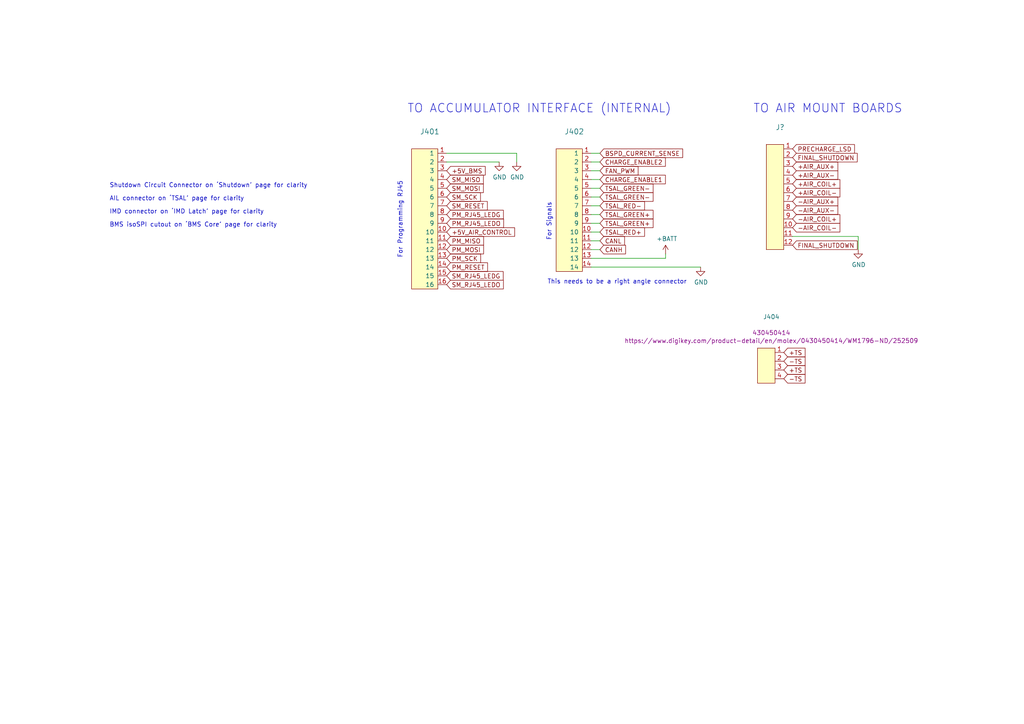
<source format=kicad_sch>
(kicad_sch (version 20211123) (generator eeschema)
  (paper "A4")
  (lib_symbols
    (symbol "formula:MM_F_VT_14" (pin_names (offset 1.016))
      (property "Reference" "J" (at 1.27 19.05 0))
      (property "Value" "MM_F_VT_14" (at 2.54 -20.32 0))
      (symbol "MM_F_VT_14_0_1"
        (rectangle (start 5.08 -17.78) (end -2.54 17.78) (fill (type background)))
      )
      (symbol "MM_F_VT_14_1_1"
        (pin bidirectional line (at 7.62 16.51 180) (length 2.54) (name "1") (number "1"))
        (pin bidirectional line (at 7.62 -6.35 180) (length 2.54) (name "10") (number "10"))
        (pin bidirectional line (at 7.62 -8.89 180) (length 2.54) (name "11") (number "11"))
        (pin bidirectional line (at 7.62 -11.43 180) (length 2.54) (name "12") (number "12"))
        (pin bidirectional line (at 7.62 -13.97 180) (length 2.54) (name "13") (number "13"))
        (pin bidirectional line (at 7.62 -16.51 180) (length 2.54) (name "14") (number "14"))
        (pin bidirectional line (at 7.62 13.97 180) (length 2.54) (name "2") (number "2"))
        (pin bidirectional line (at 7.62 11.43 180) (length 2.54) (name "3") (number "3"))
        (pin bidirectional line (at 7.62 8.89 180) (length 2.54) (name "4") (number "4"))
        (pin bidirectional line (at 7.62 6.35 180) (length 2.54) (name "5") (number "5"))
        (pin bidirectional line (at 7.62 3.81 180) (length 2.54) (name "6") (number "6"))
        (pin bidirectional line (at 7.62 1.27 180) (length 2.54) (name "7") (number "7"))
        (pin bidirectional line (at 7.62 -1.27 180) (length 2.54) (name "8") (number "8"))
        (pin bidirectional line (at 7.62 -3.81 180) (length 2.54) (name "9") (number "9"))
      )
    )
    (symbol "formula:MM_F_VT_16" (pin_names (offset 1.016))
      (property "Reference" "J" (at 0 22.86 0))
      (property "Value" "MM_F_VT_16" (at 3.81 -22.86 0))
      (symbol "MM_F_VT_16_0_1"
        (rectangle (start 3.81 -19.05) (end -3.81 21.59) (fill (type background)))
      )
      (symbol "MM_F_VT_16_1_1"
        (pin bidirectional line (at 6.35 20.32 180) (length 2.54) (name "1") (number "1"))
        (pin bidirectional line (at 6.35 -2.54 180) (length 2.54) (name "10") (number "10"))
        (pin bidirectional line (at 6.35 -5.08 180) (length 2.54) (name "11") (number "11"))
        (pin bidirectional line (at 6.35 -7.62 180) (length 2.54) (name "12") (number "12"))
        (pin bidirectional line (at 6.35 -10.16 180) (length 2.54) (name "13") (number "13"))
        (pin bidirectional line (at 6.35 -12.7 180) (length 2.54) (name "14") (number "14"))
        (pin bidirectional line (at 6.35 -15.24 180) (length 2.54) (name "15") (number "15"))
        (pin bidirectional line (at 6.35 -17.78 180) (length 2.54) (name "16") (number "16"))
        (pin bidirectional line (at 6.35 17.78 180) (length 2.54) (name "2") (number "2"))
        (pin bidirectional line (at 6.35 15.24 180) (length 2.54) (name "3") (number "3"))
        (pin bidirectional line (at 6.35 12.7 180) (length 2.54) (name "4") (number "4"))
        (pin bidirectional line (at 6.35 10.16 180) (length 2.54) (name "5") (number "5"))
        (pin bidirectional line (at 6.35 7.62 180) (length 2.54) (name "6") (number "6"))
        (pin bidirectional line (at 6.35 5.08 180) (length 2.54) (name "7") (number "7"))
        (pin bidirectional line (at 6.35 2.54 180) (length 2.54) (name "8") (number "8"))
        (pin bidirectional line (at 6.35 0 180) (length 2.54) (name "9") (number "9"))
      )
    )
    (symbol "formula:MicroFit_VT_12" (pin_names (offset 1.016))
      (property "Reference" "J" (at 1.27 24.13 0))
      (property "Value" "MicroFit_VT_12" (at 0 19.05 0))
      (symbol "MicroFit_VT_12_0_1"
        (rectangle (start -2.54 15.24) (end 2.54 -15.24) (fill (type background)))
      )
      (symbol "MicroFit_VT_12_1_1"
        (pin input line (at 5.08 13.97 180) (length 2.54) (name "~") (number "1"))
        (pin input line (at 5.08 -8.89 180) (length 2.54) (name "~") (number "10"))
        (pin input line (at 5.08 -11.43 180) (length 2.54) (name "~") (number "11"))
        (pin input line (at 5.08 -13.97 180) (length 2.54) (name "~") (number "12"))
        (pin input line (at 5.08 11.43 180) (length 2.54) (name "~") (number "2"))
        (pin input line (at 5.08 8.89 180) (length 2.54) (name "~") (number "3"))
        (pin input line (at 5.08 6.35 180) (length 2.54) (name "~") (number "4"))
        (pin input line (at 5.08 3.81 180) (length 2.54) (name "~") (number "5"))
        (pin input line (at 5.08 1.27 180) (length 2.54) (name "~") (number "6"))
        (pin input line (at 5.08 -1.27 180) (length 2.54) (name "~") (number "7"))
        (pin input line (at 5.08 -3.81 180) (length 2.54) (name "~") (number "8"))
        (pin input line (at 5.08 -6.35 180) (length 2.54) (name "~") (number "9"))
      )
    )
    (symbol "formula:MicroFit_VT_4" (pin_names (offset 1.016))
      (property "Reference" "J" (at 0 10.16 0))
      (property "Value" "MicroFit_VT_4" (at 0 7.62 0))
      (property "MPN" "430450414" (at -5.08 11.43 0))
      (property "PurchasingLink" "https://www.digikey.com/product-detail/en/molex/0430450414/WM1796-ND/252509" (at -7.62 13.97 0))
      (symbol "MicroFit_VT_4_0_1"
        (rectangle (start -2.54 5.08) (end 2.54 -5.08) (fill (type background)))
      )
      (symbol "MicroFit_VT_4_1_1"
        (pin input line (at 5.08 3.81 180) (length 2.54) (name "~") (number "1"))
        (pin input line (at 5.08 1.27 180) (length 2.54) (name "~") (number "2"))
        (pin input line (at 5.08 -1.27 180) (length 2.54) (name "~") (number "3"))
        (pin input line (at 5.08 -3.81 180) (length 2.54) (name "~") (number "4"))
      )
    )
    (symbol "power:+BATT" (power) (pin_names (offset 0))
      (property "Value" "+BATT" (at 0 3.556 0))
      (symbol "+BATT_0_1"
        (polyline (pts (xy -0.762 1.27) (xy 0 2.54)))
        (polyline (pts (xy 0 0) (xy 0 2.54)))
        (polyline (pts (xy 0 2.54) (xy 0.762 1.27)))
      )
      (symbol "+BATT_1_1"
        (pin power_in line (at 0 0 90) (length 0) hide (name "+BATT") (number "1"))
      )
    )
    (symbol "power:GND" (power) (pin_names (offset 0))
      (property "Value" "GND" (at 0 -3.81 0))
      (symbol "GND_0_1"
        (polyline (pts (xy 0 0) (xy 0 -1.27) (xy 1.27 -1.27) (xy 0 -2.54) (xy -1.27 -1.27) (xy 0 -1.27)))
      )
      (symbol "GND_1_1"
        (pin power_in line (at 0 0 270) (length 0) hide (name "GND") (number "1"))
      )
    )
  )
  (wire (pts (xy 171.45 74.93) (xy 193.04 74.93)))
  (wire (pts (xy 171.45 57.15) (xy 173.99 57.15)))
  (wire (pts (xy 171.45 69.85) (xy 173.99 69.85)))
  (wire (pts (xy 149.86 44.45) (xy 149.86 46.99)))
  (wire (pts (xy 171.45 62.23) (xy 173.99 62.23)))
  (wire (pts (xy 173.99 44.45) (xy 171.45 44.45)))
  (wire (pts (xy 171.45 64.77) (xy 173.99 64.77)))
  (wire (pts (xy 248.92 68.58) (xy 229.87 68.58)))
  (wire (pts (xy 129.54 44.45) (xy 149.86 44.45)))
  (wire (pts (xy 171.45 59.69) (xy 173.99 59.69)))
  (wire (pts (xy 248.92 68.58) (xy 248.92 72.39)))
  (wire (pts (xy 171.45 52.07) (xy 173.99 52.07)))
  (wire (pts (xy 129.54 46.99) (xy 144.78 46.99)))
  (wire (pts (xy 171.45 67.31) (xy 173.99 67.31)))
  (wire (pts (xy 171.45 77.47) (xy 203.2 77.47)))
  (wire (pts (xy 171.45 46.99) (xy 173.99 46.99)))
  (wire (pts (xy 171.45 72.39) (xy 173.99 72.39)))
  (wire (pts (xy 171.45 49.53) (xy 173.99 49.53)))
  (wire (pts (xy 193.04 74.93) (xy 193.04 73.66)))
  (wire (pts (xy 171.45 54.61) (xy 173.99 54.61)))
  (text "BMS isoSPI cutout on ‘BMS Core’ page for clarity" (at 31.75 66.04 0) (effects (font (size 1.27 1.27)) (justify left bottom)))
  (text "AIL connector on ‘TSAL’ page for clarity" (at 31.75 58.42 0) (effects (font (size 1.27 1.27)) (justify left bottom)))
  (text "For Programming RJ45" (at 116.84 74.93 90) (effects (font (size 1.27 1.27)) (justify left bottom)))
  (text "For Signals" (at 160.02 69.85 90) (effects (font (size 1.27 1.27)) (justify left bottom)))
  (text "TO AIR MOUNT BOARDS" (at 218.44 33.02 0) (effects (font (size 2.4892 2.4892)) (justify left bottom)))
  (text "IMD connector on ‘IMD Latch’ page for clarity" (at 31.75 62.23 0) (effects (font (size 1.27 1.27)) (justify left bottom)))
  (text "This needs to be a right angle connector" (at 158.75 82.55 0) (effects (font (size 1.27 1.27)) (justify left bottom)))
  (text "TO ACCUMULATOR INTERFACE (INTERNAL)" (at 118.11 33.02 0) (effects (font (size 2.4892 2.4892)) (justify left bottom)))
  (text "Shutdown Circuit Connector on ‘Shutdown’ page for clarity" (at 31.75 54.61 0) (effects (font (size 1.27 1.27)) (justify left bottom)))
  (global_label "-AIR_AUX-" (shape input) (at 229.87 60.96 0) (property "Intersheet References" "${INTERSHEET_REFS}" (effects hide)))
  (global_label "+AIR_COIL-" (shape input) (at 229.87 55.88 0) (property "Intersheet References" "${INTERSHEET_REFS}" (effects hide)))
  (global_label "-AIR_AUX+" (shape input) (at 229.87 58.42 0) (property "Intersheet References" "${INTERSHEET_REFS}" (effects hide)))
  (global_label "SM_RESET" (shape input) (at 129.54 59.69 0) (property "Intersheet References" "${INTERSHEET_REFS}" (effects hide)))
  (global_label "PM_SCK" (shape input) (at 129.54 74.93 0) (property "Intersheet References" "${INTERSHEET_REFS}" (effects hide)))
  (global_label "+AIR_AUX+" (shape input) (at 229.87 48.26 0) (property "Intersheet References" "${INTERSHEET_REFS}" (effects hide)))
  (global_label "TSAL_GREEN-" (shape input) (at 173.99 57.15 0) (property "Intersheet References" "${INTERSHEET_REFS}" (effects hide)))
  (global_label "FAN_PWM" (shape input) (at 173.99 49.53 0) (property "Intersheet References" "${INTERSHEET_REFS}" (effects hide)))
  (global_label "TSAL_RED-" (shape input) (at 173.99 59.69 0) (property "Intersheet References" "${INTERSHEET_REFS}" (effects hide)))
  (global_label "TSAL_GREEN+" (shape input) (at 173.99 62.23 0) (property "Intersheet References" "${INTERSHEET_REFS}" (effects hide)))
  (global_label "+AIR_COIL+" (shape input) (at 229.87 53.34 0) (property "Intersheet References" "${INTERSHEET_REFS}" (effects hide)))
  (global_label "PM_MISO" (shape input) (at 129.54 69.85 0) (property "Intersheet References" "${INTERSHEET_REFS}" (effects hide)))
  (global_label "TSAL_GREEN-" (shape input) (at 173.99 54.61 0) (property "Intersheet References" "${INTERSHEET_REFS}" (effects hide)))
  (global_label "PM_RESET" (shape input) (at 129.54 77.47 0) (property "Intersheet References" "${INTERSHEET_REFS}" (effects hide)))
  (global_label "PM_MOSI" (shape input) (at 129.54 72.39 0) (property "Intersheet References" "${INTERSHEET_REFS}" (effects hide)))
  (global_label "FINAL_SHUTDOWN" (shape input) (at 229.87 71.12 0) (property "Intersheet References" "${INTERSHEET_REFS}" (effects hide)))
  (global_label "PM_RJ45_LEDG" (shape input) (at 129.54 62.23 0) (property "Intersheet References" "${INTERSHEET_REFS}" (effects hide)))
  (global_label "SM_RJ45_LEDO" (shape input) (at 129.54 82.55 0) (property "Intersheet References" "${INTERSHEET_REFS}" (effects hide)))
  (global_label "TSAL_GREEN+" (shape input) (at 173.99 64.77 0) (property "Intersheet References" "${INTERSHEET_REFS}" (effects hide)))
  (global_label "+TS" (shape input) (at 227.33 102.235 0) (property "Intersheet References" "${INTERSHEET_REFS}" (effects hide)))
  (global_label "FINAL_SHUTDOWN" (shape input) (at 229.87 45.72 0) (property "Intersheet References" "${INTERSHEET_REFS}" (effects hide)))
  (global_label "CHARGE_ENABLE1" (shape input) (at 173.99 52.07 0) (property "Intersheet References" "${INTERSHEET_REFS}" (effects hide)))
  (global_label "-AIR_COIL+" (shape input) (at 229.87 63.5 0) (property "Intersheet References" "${INTERSHEET_REFS}" (effects hide)))
  (global_label "CHARGE_ENABLE2" (shape input) (at 173.99 46.99 0) (property "Intersheet References" "${INTERSHEET_REFS}" (effects hide)))
  (global_label "PM_RJ45_LEDO" (shape input) (at 129.54 64.77 0) (property "Intersheet References" "${INTERSHEET_REFS}" (effects hide)))
  (global_label "+TS" (shape input) (at 227.33 107.315 0) (property "Intersheet References" "${INTERSHEET_REFS}" (effects hide)))
  (global_label "+AIR_AUX-" (shape input) (at 229.87 50.8 0) (property "Intersheet References" "${INTERSHEET_REFS}" (effects hide)))
  (global_label "SM_RJ45_LEDG" (shape input) (at 129.54 80.01 0) (property "Intersheet References" "${INTERSHEET_REFS}" (effects hide)))
  (global_label "TSAL_RED+" (shape input) (at 173.99 67.31 0) (property "Intersheet References" "${INTERSHEET_REFS}" (effects hide)))
  (global_label "SM_SCK" (shape input) (at 129.54 57.15 0) (property "Intersheet References" "${INTERSHEET_REFS}" (effects hide)))
  (global_label "PRECHARGE_LSD" (shape input) (at 229.87 43.18 0) (property "Intersheet References" "${INTERSHEET_REFS}" (effects hide)))
  (global_label "-TS" (shape input) (at 227.33 104.775 0) (property "Intersheet References" "${INTERSHEET_REFS}" (effects hide)))
  (global_label "+5V_BMS" (shape input) (at 129.54 49.53 0) (property "Intersheet References" "${INTERSHEET_REFS}" (effects hide)))
  (global_label "-TS" (shape input) (at 227.33 109.855 0) (property "Intersheet References" "${INTERSHEET_REFS}" (effects hide)))
  (global_label "SM_MOSI" (shape input) (at 129.54 54.61 0) (property "Intersheet References" "${INTERSHEET_REFS}" (effects hide)))
  (global_label "CANH" (shape input) (at 173.99 72.39 0) (property "Intersheet References" "${INTERSHEET_REFS}" (effects hide)))
  (global_label "-AIR_COIL-" (shape input) (at 229.87 66.04 0) (property "Intersheet References" "${INTERSHEET_REFS}" (effects hide)))
  (global_label "+5V_AIR_CONTROL" (shape input) (at 129.54 67.31 0) (property "Intersheet References" "${INTERSHEET_REFS}" (effects hide)))
  (global_label "BSPD_CURRENT_SENSE" (shape input) (at 173.99 44.45 0) (property "Intersheet References" "${INTERSHEET_REFS}" (effects hide)))
  (global_label "CANL" (shape input) (at 173.99 69.85 0) (property "Intersheet References" "${INTERSHEET_REFS}" (effects hide)))
  (global_label "SM_MISO" (shape input) (at 129.54 52.07 0) (property "Intersheet References" "${INTERSHEET_REFS}" (effects hide)))
  (symbol (lib_id "formula:MM_F_VT_16") (at 123.19 64.77 0) (unit 1)
    (property "Reference" "J401" (at 124.6632 38.1762 0) (effects (font (size 1.524 1.524))))
    (property "Datasheet" "http://www.te.com/commerce/DocumentDelivery/DDEController?Action=showdoc&DocId=Customer+Drawing%7F338068%7FF1%7Fpdf%7FEnglish%7FENG_CD_338068_F1.pdf%7F1-338068-6" (effects hide))
    (property "MFN" "TE" (effects hide))
    (property "MPN" "1-338068-6" (effects hide))
    (property "PurchasingLink" "http://www.te.com/global-en/product-1-338068-6.html" (effects hide))
  )
  (symbol (lib_id "power:GND") (at 248.92 72.39 0) (unit 1)
    (property "Reference" "#PWR?" (effects hide))
  )
  (symbol (lib_id "formula:MicroFit_VT_12") (at 224.79 57.15 0) (unit 1)
    (property "Reference" "J?" (at 226.2632 36.9316 0) (effects (font (size 1.4986 1.4986))))
  )
  (symbol (lib_id "power:GND") (at 144.78 46.99 0) (unit 1)
    (property "Reference" "#PWR?" (effects hide))
  )
  (symbol (lib_id "power:GND") (at 149.86 46.99 0) (unit 1)
    (property "Reference" "#PWR?" (effects hide))
  )
  (symbol (lib_id "power:GND") (at 203.2 77.47 0) (unit 1)
    (property "Reference" "#PWR?" (effects hide))
  )
  (symbol (lib_id "formula:MM_F_VT_14") (at 163.83 60.96 0) (unit 1)
    (property "Reference" "J402" (at 166.5732 38.1762 0) (effects (font (size 1.524 1.524))))
    (property "Datasheet" "http://www.te.com/commerce/DocumentDelivery/DDEController?Action=showdoc&DocId=Customer+Drawing%7F338068%7FF1%7Fpdf%7FEnglish%7FENG_CD_338068_F1.pdf%7F1-338068-4" (effects hide))
    (property "MFN" "TE" (effects hide))
    (property "MPN" "1-338068-4" (effects hide))
    (property "PurchasingLink" "http://www.te.com/global-en/product-1-338068-4.html" (effects hide))
  )
  (symbol (lib_id "power:+BATT") (at 193.04 73.66 0) (unit 1)
    (property "Reference" "#PWR?" (effects hide))
  )
  (symbol (lib_id "formula:MicroFit_VT_4") (at 222.25 106.045 0) (unit 1)
    (property "Reference" "J404" (at 223.7232 91.8972 0))
    (property "MPN" "430450414" (at 223.7232 96.52 0))
    (property "PurchasingLink" "https://www.digikey.com/product-detail/en/molex/0430450414/WM1796-ND/252509" (at 223.7232 98.8314 0))
  )
)
</source>
